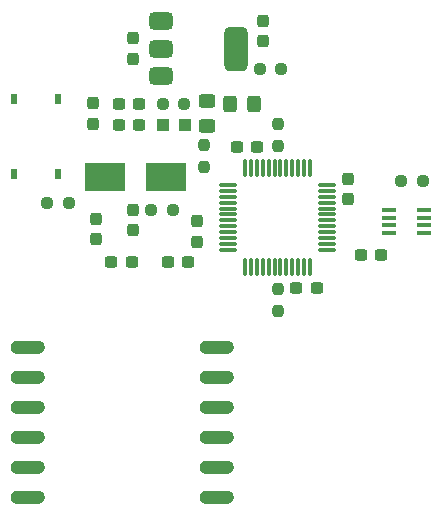
<source format=gbr>
G04 #@! TF.GenerationSoftware,KiCad,Pcbnew,9.0.0*
G04 #@! TF.CreationDate,2025-04-23T00:46:07-04:00*
G04 #@! TF.ProjectId,GPS,4750532e-6b69-4636-9164-5f7063625858,rev?*
G04 #@! TF.SameCoordinates,Original*
G04 #@! TF.FileFunction,Paste,Top*
G04 #@! TF.FilePolarity,Positive*
%FSLAX46Y46*%
G04 Gerber Fmt 4.6, Leading zero omitted, Abs format (unit mm)*
G04 Created by KiCad (PCBNEW 9.0.0) date 2025-04-23 00:46:07*
%MOMM*%
%LPD*%
G01*
G04 APERTURE LIST*
G04 Aperture macros list*
%AMRoundRect*
0 Rectangle with rounded corners*
0 $1 Rounding radius*
0 $2 $3 $4 $5 $6 $7 $8 $9 X,Y pos of 4 corners*
0 Add a 4 corners polygon primitive as box body*
4,1,4,$2,$3,$4,$5,$6,$7,$8,$9,$2,$3,0*
0 Add four circle primitives for the rounded corners*
1,1,$1+$1,$2,$3*
1,1,$1+$1,$4,$5*
1,1,$1+$1,$6,$7*
1,1,$1+$1,$8,$9*
0 Add four rect primitives between the rounded corners*
20,1,$1+$1,$2,$3,$4,$5,0*
20,1,$1+$1,$4,$5,$6,$7,0*
20,1,$1+$1,$6,$7,$8,$9,0*
20,1,$1+$1,$8,$9,$2,$3,0*%
G04 Aperture macros list end*
%ADD10C,0.010000*%
%ADD11RoundRect,0.237500X0.250000X0.237500X-0.250000X0.237500X-0.250000X-0.237500X0.250000X-0.237500X0*%
%ADD12RoundRect,0.237500X0.237500X-0.300000X0.237500X0.300000X-0.237500X0.300000X-0.237500X-0.300000X0*%
%ADD13R,0.558800X0.952500*%
%ADD14RoundRect,0.250000X-0.450000X0.325000X-0.450000X-0.325000X0.450000X-0.325000X0.450000X0.325000X0*%
%ADD15RoundRect,0.237500X-0.300000X-0.237500X0.300000X-0.237500X0.300000X0.237500X-0.300000X0.237500X0*%
%ADD16RoundRect,0.237500X-0.250000X-0.237500X0.250000X-0.237500X0.250000X0.237500X-0.250000X0.237500X0*%
%ADD17RoundRect,0.237500X-0.237500X0.300000X-0.237500X-0.300000X0.237500X-0.300000X0.237500X0.300000X0*%
%ADD18R,3.500000X2.400000*%
%ADD19RoundRect,0.250000X-0.325000X-0.450000X0.325000X-0.450000X0.325000X0.450000X-0.325000X0.450000X0*%
%ADD20RoundRect,0.237500X0.300000X0.237500X-0.300000X0.237500X-0.300000X-0.237500X0.300000X-0.237500X0*%
%ADD21RoundRect,0.375000X-0.625000X-0.375000X0.625000X-0.375000X0.625000X0.375000X-0.625000X0.375000X0*%
%ADD22RoundRect,0.500000X-0.500000X-1.400000X0.500000X-1.400000X0.500000X1.400000X-0.500000X1.400000X0*%
%ADD23R,1.050000X1.100000*%
%ADD24RoundRect,0.237500X-0.237500X0.250000X-0.237500X-0.250000X0.237500X-0.250000X0.237500X0.250000X0*%
%ADD25R,1.200000X0.449999*%
%ADD26RoundRect,0.075000X-0.662500X-0.075000X0.662500X-0.075000X0.662500X0.075000X-0.662500X0.075000X0*%
%ADD27RoundRect,0.075000X-0.075000X-0.662500X0.075000X-0.662500X0.075000X0.662500X-0.075000X0.662500X0*%
%ADD28RoundRect,0.237500X0.237500X-0.250000X0.237500X0.250000X-0.237500X0.250000X-0.237500X-0.250000X0*%
G04 APERTURE END LIST*
D10*
X158952000Y-83253000D02*
X159004000Y-83261000D01*
X159055000Y-83274000D01*
X159103000Y-83293000D01*
X159150000Y-83317000D01*
X159194000Y-83345000D01*
X159235000Y-83378000D01*
X159272000Y-83415000D01*
X159305000Y-83456000D01*
X159333000Y-83500000D01*
X159357000Y-83547000D01*
X159376000Y-83595000D01*
X159389000Y-83646000D01*
X159397000Y-83698000D01*
X159400000Y-83750000D01*
X159397000Y-83802000D01*
X159389000Y-83854000D01*
X159376000Y-83905000D01*
X159357000Y-83953000D01*
X159333000Y-84000000D01*
X159305000Y-84044000D01*
X159272000Y-84085000D01*
X159235000Y-84122000D01*
X159194000Y-84155000D01*
X159150000Y-84183000D01*
X159103000Y-84207000D01*
X159055000Y-84226000D01*
X159004000Y-84239000D01*
X158952000Y-84247000D01*
X158900000Y-84250000D01*
X157100000Y-84250000D01*
X157048000Y-84247000D01*
X156996000Y-84239000D01*
X156945000Y-84226000D01*
X156897000Y-84207000D01*
X156850000Y-84183000D01*
X156806000Y-84155000D01*
X156765000Y-84122000D01*
X156728000Y-84085000D01*
X156695000Y-84044000D01*
X156667000Y-84000000D01*
X156643000Y-83953000D01*
X156624000Y-83905000D01*
X156611000Y-83854000D01*
X156603000Y-83802000D01*
X156600000Y-83750000D01*
X156603000Y-83698000D01*
X156611000Y-83646000D01*
X156624000Y-83595000D01*
X156643000Y-83547000D01*
X156667000Y-83500000D01*
X156695000Y-83456000D01*
X156728000Y-83415000D01*
X156765000Y-83378000D01*
X156806000Y-83345000D01*
X156850000Y-83317000D01*
X156897000Y-83293000D01*
X156945000Y-83274000D01*
X156996000Y-83261000D01*
X157048000Y-83253000D01*
X157100000Y-83250000D01*
X158900000Y-83250000D01*
X158952000Y-83253000D01*
G36*
X158952000Y-83253000D02*
G01*
X159004000Y-83261000D01*
X159055000Y-83274000D01*
X159103000Y-83293000D01*
X159150000Y-83317000D01*
X159194000Y-83345000D01*
X159235000Y-83378000D01*
X159272000Y-83415000D01*
X159305000Y-83456000D01*
X159333000Y-83500000D01*
X159357000Y-83547000D01*
X159376000Y-83595000D01*
X159389000Y-83646000D01*
X159397000Y-83698000D01*
X159400000Y-83750000D01*
X159397000Y-83802000D01*
X159389000Y-83854000D01*
X159376000Y-83905000D01*
X159357000Y-83953000D01*
X159333000Y-84000000D01*
X159305000Y-84044000D01*
X159272000Y-84085000D01*
X159235000Y-84122000D01*
X159194000Y-84155000D01*
X159150000Y-84183000D01*
X159103000Y-84207000D01*
X159055000Y-84226000D01*
X159004000Y-84239000D01*
X158952000Y-84247000D01*
X158900000Y-84250000D01*
X157100000Y-84250000D01*
X157048000Y-84247000D01*
X156996000Y-84239000D01*
X156945000Y-84226000D01*
X156897000Y-84207000D01*
X156850000Y-84183000D01*
X156806000Y-84155000D01*
X156765000Y-84122000D01*
X156728000Y-84085000D01*
X156695000Y-84044000D01*
X156667000Y-84000000D01*
X156643000Y-83953000D01*
X156624000Y-83905000D01*
X156611000Y-83854000D01*
X156603000Y-83802000D01*
X156600000Y-83750000D01*
X156603000Y-83698000D01*
X156611000Y-83646000D01*
X156624000Y-83595000D01*
X156643000Y-83547000D01*
X156667000Y-83500000D01*
X156695000Y-83456000D01*
X156728000Y-83415000D01*
X156765000Y-83378000D01*
X156806000Y-83345000D01*
X156850000Y-83317000D01*
X156897000Y-83293000D01*
X156945000Y-83274000D01*
X156996000Y-83261000D01*
X157048000Y-83253000D01*
X157100000Y-83250000D01*
X158900000Y-83250000D01*
X158952000Y-83253000D01*
G37*
X158952000Y-85793000D02*
X159004000Y-85801000D01*
X159055000Y-85814000D01*
X159103000Y-85833000D01*
X159150000Y-85857000D01*
X159194000Y-85885000D01*
X159235000Y-85918000D01*
X159272000Y-85955000D01*
X159305000Y-85996000D01*
X159333000Y-86040000D01*
X159357000Y-86087000D01*
X159376000Y-86135000D01*
X159389000Y-86186000D01*
X159397000Y-86238000D01*
X159400000Y-86290000D01*
X159397000Y-86342000D01*
X159389000Y-86394000D01*
X159376000Y-86445000D01*
X159357000Y-86493000D01*
X159333000Y-86540000D01*
X159305000Y-86584000D01*
X159272000Y-86625000D01*
X159235000Y-86662000D01*
X159194000Y-86695000D01*
X159150000Y-86723000D01*
X159103000Y-86747000D01*
X159055000Y-86766000D01*
X159004000Y-86779000D01*
X158952000Y-86787000D01*
X158900000Y-86790000D01*
X157100000Y-86790000D01*
X157048000Y-86787000D01*
X156996000Y-86779000D01*
X156945000Y-86766000D01*
X156897000Y-86747000D01*
X156850000Y-86723000D01*
X156806000Y-86695000D01*
X156765000Y-86662000D01*
X156728000Y-86625000D01*
X156695000Y-86584000D01*
X156667000Y-86540000D01*
X156643000Y-86493000D01*
X156624000Y-86445000D01*
X156611000Y-86394000D01*
X156603000Y-86342000D01*
X156600000Y-86290000D01*
X156603000Y-86238000D01*
X156611000Y-86186000D01*
X156624000Y-86135000D01*
X156643000Y-86087000D01*
X156667000Y-86040000D01*
X156695000Y-85996000D01*
X156728000Y-85955000D01*
X156765000Y-85918000D01*
X156806000Y-85885000D01*
X156850000Y-85857000D01*
X156897000Y-85833000D01*
X156945000Y-85814000D01*
X156996000Y-85801000D01*
X157048000Y-85793000D01*
X157100000Y-85790000D01*
X158900000Y-85790000D01*
X158952000Y-85793000D01*
G36*
X158952000Y-85793000D02*
G01*
X159004000Y-85801000D01*
X159055000Y-85814000D01*
X159103000Y-85833000D01*
X159150000Y-85857000D01*
X159194000Y-85885000D01*
X159235000Y-85918000D01*
X159272000Y-85955000D01*
X159305000Y-85996000D01*
X159333000Y-86040000D01*
X159357000Y-86087000D01*
X159376000Y-86135000D01*
X159389000Y-86186000D01*
X159397000Y-86238000D01*
X159400000Y-86290000D01*
X159397000Y-86342000D01*
X159389000Y-86394000D01*
X159376000Y-86445000D01*
X159357000Y-86493000D01*
X159333000Y-86540000D01*
X159305000Y-86584000D01*
X159272000Y-86625000D01*
X159235000Y-86662000D01*
X159194000Y-86695000D01*
X159150000Y-86723000D01*
X159103000Y-86747000D01*
X159055000Y-86766000D01*
X159004000Y-86779000D01*
X158952000Y-86787000D01*
X158900000Y-86790000D01*
X157100000Y-86790000D01*
X157048000Y-86787000D01*
X156996000Y-86779000D01*
X156945000Y-86766000D01*
X156897000Y-86747000D01*
X156850000Y-86723000D01*
X156806000Y-86695000D01*
X156765000Y-86662000D01*
X156728000Y-86625000D01*
X156695000Y-86584000D01*
X156667000Y-86540000D01*
X156643000Y-86493000D01*
X156624000Y-86445000D01*
X156611000Y-86394000D01*
X156603000Y-86342000D01*
X156600000Y-86290000D01*
X156603000Y-86238000D01*
X156611000Y-86186000D01*
X156624000Y-86135000D01*
X156643000Y-86087000D01*
X156667000Y-86040000D01*
X156695000Y-85996000D01*
X156728000Y-85955000D01*
X156765000Y-85918000D01*
X156806000Y-85885000D01*
X156850000Y-85857000D01*
X156897000Y-85833000D01*
X156945000Y-85814000D01*
X156996000Y-85801000D01*
X157048000Y-85793000D01*
X157100000Y-85790000D01*
X158900000Y-85790000D01*
X158952000Y-85793000D01*
G37*
X158952000Y-88333000D02*
X159004000Y-88341000D01*
X159055000Y-88354000D01*
X159103000Y-88373000D01*
X159150000Y-88397000D01*
X159194000Y-88425000D01*
X159235000Y-88458000D01*
X159272000Y-88495000D01*
X159305000Y-88536000D01*
X159333000Y-88580000D01*
X159357000Y-88627000D01*
X159376000Y-88675000D01*
X159389000Y-88726000D01*
X159397000Y-88778000D01*
X159400000Y-88830000D01*
X159397000Y-88882000D01*
X159389000Y-88934000D01*
X159376000Y-88985000D01*
X159357000Y-89033000D01*
X159333000Y-89080000D01*
X159305000Y-89124000D01*
X159272000Y-89165000D01*
X159235000Y-89202000D01*
X159194000Y-89235000D01*
X159150000Y-89263000D01*
X159103000Y-89287000D01*
X159055000Y-89306000D01*
X159004000Y-89319000D01*
X158952000Y-89327000D01*
X158900000Y-89330000D01*
X157100000Y-89330000D01*
X157048000Y-89327000D01*
X156996000Y-89319000D01*
X156945000Y-89306000D01*
X156897000Y-89287000D01*
X156850000Y-89263000D01*
X156806000Y-89235000D01*
X156765000Y-89202000D01*
X156728000Y-89165000D01*
X156695000Y-89124000D01*
X156667000Y-89080000D01*
X156643000Y-89033000D01*
X156624000Y-88985000D01*
X156611000Y-88934000D01*
X156603000Y-88882000D01*
X156600000Y-88830000D01*
X156603000Y-88778000D01*
X156611000Y-88726000D01*
X156624000Y-88675000D01*
X156643000Y-88627000D01*
X156667000Y-88580000D01*
X156695000Y-88536000D01*
X156728000Y-88495000D01*
X156765000Y-88458000D01*
X156806000Y-88425000D01*
X156850000Y-88397000D01*
X156897000Y-88373000D01*
X156945000Y-88354000D01*
X156996000Y-88341000D01*
X157048000Y-88333000D01*
X157100000Y-88330000D01*
X158900000Y-88330000D01*
X158952000Y-88333000D01*
G36*
X158952000Y-88333000D02*
G01*
X159004000Y-88341000D01*
X159055000Y-88354000D01*
X159103000Y-88373000D01*
X159150000Y-88397000D01*
X159194000Y-88425000D01*
X159235000Y-88458000D01*
X159272000Y-88495000D01*
X159305000Y-88536000D01*
X159333000Y-88580000D01*
X159357000Y-88627000D01*
X159376000Y-88675000D01*
X159389000Y-88726000D01*
X159397000Y-88778000D01*
X159400000Y-88830000D01*
X159397000Y-88882000D01*
X159389000Y-88934000D01*
X159376000Y-88985000D01*
X159357000Y-89033000D01*
X159333000Y-89080000D01*
X159305000Y-89124000D01*
X159272000Y-89165000D01*
X159235000Y-89202000D01*
X159194000Y-89235000D01*
X159150000Y-89263000D01*
X159103000Y-89287000D01*
X159055000Y-89306000D01*
X159004000Y-89319000D01*
X158952000Y-89327000D01*
X158900000Y-89330000D01*
X157100000Y-89330000D01*
X157048000Y-89327000D01*
X156996000Y-89319000D01*
X156945000Y-89306000D01*
X156897000Y-89287000D01*
X156850000Y-89263000D01*
X156806000Y-89235000D01*
X156765000Y-89202000D01*
X156728000Y-89165000D01*
X156695000Y-89124000D01*
X156667000Y-89080000D01*
X156643000Y-89033000D01*
X156624000Y-88985000D01*
X156611000Y-88934000D01*
X156603000Y-88882000D01*
X156600000Y-88830000D01*
X156603000Y-88778000D01*
X156611000Y-88726000D01*
X156624000Y-88675000D01*
X156643000Y-88627000D01*
X156667000Y-88580000D01*
X156695000Y-88536000D01*
X156728000Y-88495000D01*
X156765000Y-88458000D01*
X156806000Y-88425000D01*
X156850000Y-88397000D01*
X156897000Y-88373000D01*
X156945000Y-88354000D01*
X156996000Y-88341000D01*
X157048000Y-88333000D01*
X157100000Y-88330000D01*
X158900000Y-88330000D01*
X158952000Y-88333000D01*
G37*
X158952000Y-90873000D02*
X159004000Y-90881000D01*
X159055000Y-90894000D01*
X159103000Y-90913000D01*
X159150000Y-90937000D01*
X159194000Y-90965000D01*
X159235000Y-90998000D01*
X159272000Y-91035000D01*
X159305000Y-91076000D01*
X159333000Y-91120000D01*
X159357000Y-91167000D01*
X159376000Y-91215000D01*
X159389000Y-91266000D01*
X159397000Y-91318000D01*
X159400000Y-91370000D01*
X159397000Y-91422000D01*
X159389000Y-91474000D01*
X159376000Y-91525000D01*
X159357000Y-91573000D01*
X159333000Y-91620000D01*
X159305000Y-91664000D01*
X159272000Y-91705000D01*
X159235000Y-91742000D01*
X159194000Y-91775000D01*
X159150000Y-91803000D01*
X159103000Y-91827000D01*
X159055000Y-91846000D01*
X159004000Y-91859000D01*
X158952000Y-91867000D01*
X158900000Y-91870000D01*
X157100000Y-91870000D01*
X157048000Y-91867000D01*
X156996000Y-91859000D01*
X156945000Y-91846000D01*
X156897000Y-91827000D01*
X156850000Y-91803000D01*
X156806000Y-91775000D01*
X156765000Y-91742000D01*
X156728000Y-91705000D01*
X156695000Y-91664000D01*
X156667000Y-91620000D01*
X156643000Y-91573000D01*
X156624000Y-91525000D01*
X156611000Y-91474000D01*
X156603000Y-91422000D01*
X156600000Y-91370000D01*
X156603000Y-91318000D01*
X156611000Y-91266000D01*
X156624000Y-91215000D01*
X156643000Y-91167000D01*
X156667000Y-91120000D01*
X156695000Y-91076000D01*
X156728000Y-91035000D01*
X156765000Y-90998000D01*
X156806000Y-90965000D01*
X156850000Y-90937000D01*
X156897000Y-90913000D01*
X156945000Y-90894000D01*
X156996000Y-90881000D01*
X157048000Y-90873000D01*
X157100000Y-90870000D01*
X158900000Y-90870000D01*
X158952000Y-90873000D01*
G36*
X158952000Y-90873000D02*
G01*
X159004000Y-90881000D01*
X159055000Y-90894000D01*
X159103000Y-90913000D01*
X159150000Y-90937000D01*
X159194000Y-90965000D01*
X159235000Y-90998000D01*
X159272000Y-91035000D01*
X159305000Y-91076000D01*
X159333000Y-91120000D01*
X159357000Y-91167000D01*
X159376000Y-91215000D01*
X159389000Y-91266000D01*
X159397000Y-91318000D01*
X159400000Y-91370000D01*
X159397000Y-91422000D01*
X159389000Y-91474000D01*
X159376000Y-91525000D01*
X159357000Y-91573000D01*
X159333000Y-91620000D01*
X159305000Y-91664000D01*
X159272000Y-91705000D01*
X159235000Y-91742000D01*
X159194000Y-91775000D01*
X159150000Y-91803000D01*
X159103000Y-91827000D01*
X159055000Y-91846000D01*
X159004000Y-91859000D01*
X158952000Y-91867000D01*
X158900000Y-91870000D01*
X157100000Y-91870000D01*
X157048000Y-91867000D01*
X156996000Y-91859000D01*
X156945000Y-91846000D01*
X156897000Y-91827000D01*
X156850000Y-91803000D01*
X156806000Y-91775000D01*
X156765000Y-91742000D01*
X156728000Y-91705000D01*
X156695000Y-91664000D01*
X156667000Y-91620000D01*
X156643000Y-91573000D01*
X156624000Y-91525000D01*
X156611000Y-91474000D01*
X156603000Y-91422000D01*
X156600000Y-91370000D01*
X156603000Y-91318000D01*
X156611000Y-91266000D01*
X156624000Y-91215000D01*
X156643000Y-91167000D01*
X156667000Y-91120000D01*
X156695000Y-91076000D01*
X156728000Y-91035000D01*
X156765000Y-90998000D01*
X156806000Y-90965000D01*
X156850000Y-90937000D01*
X156897000Y-90913000D01*
X156945000Y-90894000D01*
X156996000Y-90881000D01*
X157048000Y-90873000D01*
X157100000Y-90870000D01*
X158900000Y-90870000D01*
X158952000Y-90873000D01*
G37*
X158952000Y-93413000D02*
X159004000Y-93421000D01*
X159055000Y-93434000D01*
X159103000Y-93453000D01*
X159150000Y-93477000D01*
X159194000Y-93505000D01*
X159235000Y-93538000D01*
X159272000Y-93575000D01*
X159305000Y-93616000D01*
X159333000Y-93660000D01*
X159357000Y-93707000D01*
X159376000Y-93755000D01*
X159389000Y-93806000D01*
X159397000Y-93858000D01*
X159400000Y-93910000D01*
X159397000Y-93962000D01*
X159389000Y-94014000D01*
X159376000Y-94065000D01*
X159357000Y-94113000D01*
X159333000Y-94160000D01*
X159305000Y-94204000D01*
X159272000Y-94245000D01*
X159235000Y-94282000D01*
X159194000Y-94315000D01*
X159150000Y-94343000D01*
X159103000Y-94367000D01*
X159055000Y-94386000D01*
X159004000Y-94399000D01*
X158952000Y-94407000D01*
X158900000Y-94410000D01*
X157100000Y-94410000D01*
X157048000Y-94407000D01*
X156996000Y-94399000D01*
X156945000Y-94386000D01*
X156897000Y-94367000D01*
X156850000Y-94343000D01*
X156806000Y-94315000D01*
X156765000Y-94282000D01*
X156728000Y-94245000D01*
X156695000Y-94204000D01*
X156667000Y-94160000D01*
X156643000Y-94113000D01*
X156624000Y-94065000D01*
X156611000Y-94014000D01*
X156603000Y-93962000D01*
X156600000Y-93910000D01*
X156603000Y-93858000D01*
X156611000Y-93806000D01*
X156624000Y-93755000D01*
X156643000Y-93707000D01*
X156667000Y-93660000D01*
X156695000Y-93616000D01*
X156728000Y-93575000D01*
X156765000Y-93538000D01*
X156806000Y-93505000D01*
X156850000Y-93477000D01*
X156897000Y-93453000D01*
X156945000Y-93434000D01*
X156996000Y-93421000D01*
X157048000Y-93413000D01*
X157100000Y-93410000D01*
X158900000Y-93410000D01*
X158952000Y-93413000D01*
G36*
X158952000Y-93413000D02*
G01*
X159004000Y-93421000D01*
X159055000Y-93434000D01*
X159103000Y-93453000D01*
X159150000Y-93477000D01*
X159194000Y-93505000D01*
X159235000Y-93538000D01*
X159272000Y-93575000D01*
X159305000Y-93616000D01*
X159333000Y-93660000D01*
X159357000Y-93707000D01*
X159376000Y-93755000D01*
X159389000Y-93806000D01*
X159397000Y-93858000D01*
X159400000Y-93910000D01*
X159397000Y-93962000D01*
X159389000Y-94014000D01*
X159376000Y-94065000D01*
X159357000Y-94113000D01*
X159333000Y-94160000D01*
X159305000Y-94204000D01*
X159272000Y-94245000D01*
X159235000Y-94282000D01*
X159194000Y-94315000D01*
X159150000Y-94343000D01*
X159103000Y-94367000D01*
X159055000Y-94386000D01*
X159004000Y-94399000D01*
X158952000Y-94407000D01*
X158900000Y-94410000D01*
X157100000Y-94410000D01*
X157048000Y-94407000D01*
X156996000Y-94399000D01*
X156945000Y-94386000D01*
X156897000Y-94367000D01*
X156850000Y-94343000D01*
X156806000Y-94315000D01*
X156765000Y-94282000D01*
X156728000Y-94245000D01*
X156695000Y-94204000D01*
X156667000Y-94160000D01*
X156643000Y-94113000D01*
X156624000Y-94065000D01*
X156611000Y-94014000D01*
X156603000Y-93962000D01*
X156600000Y-93910000D01*
X156603000Y-93858000D01*
X156611000Y-93806000D01*
X156624000Y-93755000D01*
X156643000Y-93707000D01*
X156667000Y-93660000D01*
X156695000Y-93616000D01*
X156728000Y-93575000D01*
X156765000Y-93538000D01*
X156806000Y-93505000D01*
X156850000Y-93477000D01*
X156897000Y-93453000D01*
X156945000Y-93434000D01*
X156996000Y-93421000D01*
X157048000Y-93413000D01*
X157100000Y-93410000D01*
X158900000Y-93410000D01*
X158952000Y-93413000D01*
G37*
X158952000Y-95953000D02*
X159004000Y-95961000D01*
X159055000Y-95974000D01*
X159103000Y-95993000D01*
X159150000Y-96017000D01*
X159194000Y-96045000D01*
X159235000Y-96078000D01*
X159272000Y-96115000D01*
X159305000Y-96156000D01*
X159333000Y-96200000D01*
X159357000Y-96247000D01*
X159376000Y-96295000D01*
X159389000Y-96346000D01*
X159397000Y-96398000D01*
X159400000Y-96450000D01*
X159397000Y-96502000D01*
X159389000Y-96554000D01*
X159376000Y-96605000D01*
X159357000Y-96653000D01*
X159333000Y-96700000D01*
X159305000Y-96744000D01*
X159272000Y-96785000D01*
X159235000Y-96822000D01*
X159194000Y-96855000D01*
X159150000Y-96883000D01*
X159103000Y-96907000D01*
X159055000Y-96926000D01*
X159004000Y-96939000D01*
X158952000Y-96947000D01*
X158900000Y-96950000D01*
X157100000Y-96950000D01*
X157048000Y-96947000D01*
X156996000Y-96939000D01*
X156945000Y-96926000D01*
X156897000Y-96907000D01*
X156850000Y-96883000D01*
X156806000Y-96855000D01*
X156765000Y-96822000D01*
X156728000Y-96785000D01*
X156695000Y-96744000D01*
X156667000Y-96700000D01*
X156643000Y-96653000D01*
X156624000Y-96605000D01*
X156611000Y-96554000D01*
X156603000Y-96502000D01*
X156600000Y-96450000D01*
X156603000Y-96398000D01*
X156611000Y-96346000D01*
X156624000Y-96295000D01*
X156643000Y-96247000D01*
X156667000Y-96200000D01*
X156695000Y-96156000D01*
X156728000Y-96115000D01*
X156765000Y-96078000D01*
X156806000Y-96045000D01*
X156850000Y-96017000D01*
X156897000Y-95993000D01*
X156945000Y-95974000D01*
X156996000Y-95961000D01*
X157048000Y-95953000D01*
X157100000Y-95950000D01*
X158900000Y-95950000D01*
X158952000Y-95953000D01*
G36*
X158952000Y-95953000D02*
G01*
X159004000Y-95961000D01*
X159055000Y-95974000D01*
X159103000Y-95993000D01*
X159150000Y-96017000D01*
X159194000Y-96045000D01*
X159235000Y-96078000D01*
X159272000Y-96115000D01*
X159305000Y-96156000D01*
X159333000Y-96200000D01*
X159357000Y-96247000D01*
X159376000Y-96295000D01*
X159389000Y-96346000D01*
X159397000Y-96398000D01*
X159400000Y-96450000D01*
X159397000Y-96502000D01*
X159389000Y-96554000D01*
X159376000Y-96605000D01*
X159357000Y-96653000D01*
X159333000Y-96700000D01*
X159305000Y-96744000D01*
X159272000Y-96785000D01*
X159235000Y-96822000D01*
X159194000Y-96855000D01*
X159150000Y-96883000D01*
X159103000Y-96907000D01*
X159055000Y-96926000D01*
X159004000Y-96939000D01*
X158952000Y-96947000D01*
X158900000Y-96950000D01*
X157100000Y-96950000D01*
X157048000Y-96947000D01*
X156996000Y-96939000D01*
X156945000Y-96926000D01*
X156897000Y-96907000D01*
X156850000Y-96883000D01*
X156806000Y-96855000D01*
X156765000Y-96822000D01*
X156728000Y-96785000D01*
X156695000Y-96744000D01*
X156667000Y-96700000D01*
X156643000Y-96653000D01*
X156624000Y-96605000D01*
X156611000Y-96554000D01*
X156603000Y-96502000D01*
X156600000Y-96450000D01*
X156603000Y-96398000D01*
X156611000Y-96346000D01*
X156624000Y-96295000D01*
X156643000Y-96247000D01*
X156667000Y-96200000D01*
X156695000Y-96156000D01*
X156728000Y-96115000D01*
X156765000Y-96078000D01*
X156806000Y-96045000D01*
X156850000Y-96017000D01*
X156897000Y-95993000D01*
X156945000Y-95974000D01*
X156996000Y-95961000D01*
X157048000Y-95953000D01*
X157100000Y-95950000D01*
X158900000Y-95950000D01*
X158952000Y-95953000D01*
G37*
X142952000Y-83253000D02*
X143004000Y-83261000D01*
X143055000Y-83274000D01*
X143103000Y-83293000D01*
X143150000Y-83317000D01*
X143194000Y-83345000D01*
X143235000Y-83378000D01*
X143272000Y-83415000D01*
X143305000Y-83456000D01*
X143333000Y-83500000D01*
X143357000Y-83547000D01*
X143376000Y-83595000D01*
X143389000Y-83646000D01*
X143397000Y-83698000D01*
X143400000Y-83750000D01*
X143397000Y-83802000D01*
X143389000Y-83854000D01*
X143376000Y-83905000D01*
X143357000Y-83953000D01*
X143333000Y-84000000D01*
X143305000Y-84044000D01*
X143272000Y-84085000D01*
X143235000Y-84122000D01*
X143194000Y-84155000D01*
X143150000Y-84183000D01*
X143103000Y-84207000D01*
X143055000Y-84226000D01*
X143004000Y-84239000D01*
X142952000Y-84247000D01*
X142900000Y-84250000D01*
X141100000Y-84250000D01*
X141048000Y-84247000D01*
X140996000Y-84239000D01*
X140945000Y-84226000D01*
X140897000Y-84207000D01*
X140850000Y-84183000D01*
X140806000Y-84155000D01*
X140765000Y-84122000D01*
X140728000Y-84085000D01*
X140695000Y-84044000D01*
X140667000Y-84000000D01*
X140643000Y-83953000D01*
X140624000Y-83905000D01*
X140611000Y-83854000D01*
X140603000Y-83802000D01*
X140600000Y-83750000D01*
X140603000Y-83698000D01*
X140611000Y-83646000D01*
X140624000Y-83595000D01*
X140643000Y-83547000D01*
X140667000Y-83500000D01*
X140695000Y-83456000D01*
X140728000Y-83415000D01*
X140765000Y-83378000D01*
X140806000Y-83345000D01*
X140850000Y-83317000D01*
X140897000Y-83293000D01*
X140945000Y-83274000D01*
X140996000Y-83261000D01*
X141048000Y-83253000D01*
X141100000Y-83250000D01*
X142000000Y-83250000D01*
X142800000Y-83250000D01*
X142900000Y-83250000D01*
X142952000Y-83253000D01*
G36*
X142952000Y-83253000D02*
G01*
X143004000Y-83261000D01*
X143055000Y-83274000D01*
X143103000Y-83293000D01*
X143150000Y-83317000D01*
X143194000Y-83345000D01*
X143235000Y-83378000D01*
X143272000Y-83415000D01*
X143305000Y-83456000D01*
X143333000Y-83500000D01*
X143357000Y-83547000D01*
X143376000Y-83595000D01*
X143389000Y-83646000D01*
X143397000Y-83698000D01*
X143400000Y-83750000D01*
X143397000Y-83802000D01*
X143389000Y-83854000D01*
X143376000Y-83905000D01*
X143357000Y-83953000D01*
X143333000Y-84000000D01*
X143305000Y-84044000D01*
X143272000Y-84085000D01*
X143235000Y-84122000D01*
X143194000Y-84155000D01*
X143150000Y-84183000D01*
X143103000Y-84207000D01*
X143055000Y-84226000D01*
X143004000Y-84239000D01*
X142952000Y-84247000D01*
X142900000Y-84250000D01*
X141100000Y-84250000D01*
X141048000Y-84247000D01*
X140996000Y-84239000D01*
X140945000Y-84226000D01*
X140897000Y-84207000D01*
X140850000Y-84183000D01*
X140806000Y-84155000D01*
X140765000Y-84122000D01*
X140728000Y-84085000D01*
X140695000Y-84044000D01*
X140667000Y-84000000D01*
X140643000Y-83953000D01*
X140624000Y-83905000D01*
X140611000Y-83854000D01*
X140603000Y-83802000D01*
X140600000Y-83750000D01*
X140603000Y-83698000D01*
X140611000Y-83646000D01*
X140624000Y-83595000D01*
X140643000Y-83547000D01*
X140667000Y-83500000D01*
X140695000Y-83456000D01*
X140728000Y-83415000D01*
X140765000Y-83378000D01*
X140806000Y-83345000D01*
X140850000Y-83317000D01*
X140897000Y-83293000D01*
X140945000Y-83274000D01*
X140996000Y-83261000D01*
X141048000Y-83253000D01*
X141100000Y-83250000D01*
X142000000Y-83250000D01*
X142800000Y-83250000D01*
X142900000Y-83250000D01*
X142952000Y-83253000D01*
G37*
X142952000Y-85793000D02*
X143004000Y-85801000D01*
X143055000Y-85814000D01*
X143103000Y-85833000D01*
X143150000Y-85857000D01*
X143194000Y-85885000D01*
X143235000Y-85918000D01*
X143272000Y-85955000D01*
X143305000Y-85996000D01*
X143333000Y-86040000D01*
X143357000Y-86087000D01*
X143376000Y-86135000D01*
X143389000Y-86186000D01*
X143397000Y-86238000D01*
X143400000Y-86290000D01*
X143397000Y-86342000D01*
X143389000Y-86394000D01*
X143376000Y-86445000D01*
X143357000Y-86493000D01*
X143333000Y-86540000D01*
X143305000Y-86584000D01*
X143272000Y-86625000D01*
X143235000Y-86662000D01*
X143194000Y-86695000D01*
X143150000Y-86723000D01*
X143103000Y-86747000D01*
X143055000Y-86766000D01*
X143004000Y-86779000D01*
X142952000Y-86787000D01*
X142900000Y-86790000D01*
X141100000Y-86790000D01*
X141048000Y-86787000D01*
X140996000Y-86779000D01*
X140945000Y-86766000D01*
X140897000Y-86747000D01*
X140850000Y-86723000D01*
X140806000Y-86695000D01*
X140765000Y-86662000D01*
X140728000Y-86625000D01*
X140695000Y-86584000D01*
X140667000Y-86540000D01*
X140643000Y-86493000D01*
X140624000Y-86445000D01*
X140611000Y-86394000D01*
X140603000Y-86342000D01*
X140600000Y-86290000D01*
X140603000Y-86238000D01*
X140611000Y-86186000D01*
X140624000Y-86135000D01*
X140643000Y-86087000D01*
X140667000Y-86040000D01*
X140695000Y-85996000D01*
X140728000Y-85955000D01*
X140765000Y-85918000D01*
X140806000Y-85885000D01*
X140850000Y-85857000D01*
X140897000Y-85833000D01*
X140945000Y-85814000D01*
X140996000Y-85801000D01*
X141048000Y-85793000D01*
X141100000Y-85790000D01*
X142000000Y-85790000D01*
X142800000Y-85790000D01*
X142900000Y-85790000D01*
X142952000Y-85793000D01*
G36*
X142952000Y-85793000D02*
G01*
X143004000Y-85801000D01*
X143055000Y-85814000D01*
X143103000Y-85833000D01*
X143150000Y-85857000D01*
X143194000Y-85885000D01*
X143235000Y-85918000D01*
X143272000Y-85955000D01*
X143305000Y-85996000D01*
X143333000Y-86040000D01*
X143357000Y-86087000D01*
X143376000Y-86135000D01*
X143389000Y-86186000D01*
X143397000Y-86238000D01*
X143400000Y-86290000D01*
X143397000Y-86342000D01*
X143389000Y-86394000D01*
X143376000Y-86445000D01*
X143357000Y-86493000D01*
X143333000Y-86540000D01*
X143305000Y-86584000D01*
X143272000Y-86625000D01*
X143235000Y-86662000D01*
X143194000Y-86695000D01*
X143150000Y-86723000D01*
X143103000Y-86747000D01*
X143055000Y-86766000D01*
X143004000Y-86779000D01*
X142952000Y-86787000D01*
X142900000Y-86790000D01*
X141100000Y-86790000D01*
X141048000Y-86787000D01*
X140996000Y-86779000D01*
X140945000Y-86766000D01*
X140897000Y-86747000D01*
X140850000Y-86723000D01*
X140806000Y-86695000D01*
X140765000Y-86662000D01*
X140728000Y-86625000D01*
X140695000Y-86584000D01*
X140667000Y-86540000D01*
X140643000Y-86493000D01*
X140624000Y-86445000D01*
X140611000Y-86394000D01*
X140603000Y-86342000D01*
X140600000Y-86290000D01*
X140603000Y-86238000D01*
X140611000Y-86186000D01*
X140624000Y-86135000D01*
X140643000Y-86087000D01*
X140667000Y-86040000D01*
X140695000Y-85996000D01*
X140728000Y-85955000D01*
X140765000Y-85918000D01*
X140806000Y-85885000D01*
X140850000Y-85857000D01*
X140897000Y-85833000D01*
X140945000Y-85814000D01*
X140996000Y-85801000D01*
X141048000Y-85793000D01*
X141100000Y-85790000D01*
X142000000Y-85790000D01*
X142800000Y-85790000D01*
X142900000Y-85790000D01*
X142952000Y-85793000D01*
G37*
X142952000Y-88333000D02*
X143004000Y-88341000D01*
X143055000Y-88354000D01*
X143103000Y-88373000D01*
X143150000Y-88397000D01*
X143194000Y-88425000D01*
X143235000Y-88458000D01*
X143272000Y-88495000D01*
X143305000Y-88536000D01*
X143333000Y-88580000D01*
X143357000Y-88627000D01*
X143376000Y-88675000D01*
X143389000Y-88726000D01*
X143397000Y-88778000D01*
X143400000Y-88830000D01*
X143397000Y-88882000D01*
X143389000Y-88934000D01*
X143376000Y-88985000D01*
X143357000Y-89033000D01*
X143333000Y-89080000D01*
X143305000Y-89124000D01*
X143272000Y-89165000D01*
X143235000Y-89202000D01*
X143194000Y-89235000D01*
X143150000Y-89263000D01*
X143103000Y-89287000D01*
X143055000Y-89306000D01*
X143004000Y-89319000D01*
X142952000Y-89327000D01*
X142900000Y-89330000D01*
X141100000Y-89330000D01*
X141048000Y-89327000D01*
X140996000Y-89319000D01*
X140945000Y-89306000D01*
X140897000Y-89287000D01*
X140850000Y-89263000D01*
X140806000Y-89235000D01*
X140765000Y-89202000D01*
X140728000Y-89165000D01*
X140695000Y-89124000D01*
X140667000Y-89080000D01*
X140643000Y-89033000D01*
X140624000Y-88985000D01*
X140611000Y-88934000D01*
X140603000Y-88882000D01*
X140600000Y-88830000D01*
X140603000Y-88778000D01*
X140611000Y-88726000D01*
X140624000Y-88675000D01*
X140643000Y-88627000D01*
X140667000Y-88580000D01*
X140695000Y-88536000D01*
X140728000Y-88495000D01*
X140765000Y-88458000D01*
X140806000Y-88425000D01*
X140850000Y-88397000D01*
X140897000Y-88373000D01*
X140945000Y-88354000D01*
X140996000Y-88341000D01*
X141048000Y-88333000D01*
X141100000Y-88330000D01*
X142000000Y-88330000D01*
X142800000Y-88330000D01*
X142900000Y-88330000D01*
X142952000Y-88333000D01*
G36*
X142952000Y-88333000D02*
G01*
X143004000Y-88341000D01*
X143055000Y-88354000D01*
X143103000Y-88373000D01*
X143150000Y-88397000D01*
X143194000Y-88425000D01*
X143235000Y-88458000D01*
X143272000Y-88495000D01*
X143305000Y-88536000D01*
X143333000Y-88580000D01*
X143357000Y-88627000D01*
X143376000Y-88675000D01*
X143389000Y-88726000D01*
X143397000Y-88778000D01*
X143400000Y-88830000D01*
X143397000Y-88882000D01*
X143389000Y-88934000D01*
X143376000Y-88985000D01*
X143357000Y-89033000D01*
X143333000Y-89080000D01*
X143305000Y-89124000D01*
X143272000Y-89165000D01*
X143235000Y-89202000D01*
X143194000Y-89235000D01*
X143150000Y-89263000D01*
X143103000Y-89287000D01*
X143055000Y-89306000D01*
X143004000Y-89319000D01*
X142952000Y-89327000D01*
X142900000Y-89330000D01*
X141100000Y-89330000D01*
X141048000Y-89327000D01*
X140996000Y-89319000D01*
X140945000Y-89306000D01*
X140897000Y-89287000D01*
X140850000Y-89263000D01*
X140806000Y-89235000D01*
X140765000Y-89202000D01*
X140728000Y-89165000D01*
X140695000Y-89124000D01*
X140667000Y-89080000D01*
X140643000Y-89033000D01*
X140624000Y-88985000D01*
X140611000Y-88934000D01*
X140603000Y-88882000D01*
X140600000Y-88830000D01*
X140603000Y-88778000D01*
X140611000Y-88726000D01*
X140624000Y-88675000D01*
X140643000Y-88627000D01*
X140667000Y-88580000D01*
X140695000Y-88536000D01*
X140728000Y-88495000D01*
X140765000Y-88458000D01*
X140806000Y-88425000D01*
X140850000Y-88397000D01*
X140897000Y-88373000D01*
X140945000Y-88354000D01*
X140996000Y-88341000D01*
X141048000Y-88333000D01*
X141100000Y-88330000D01*
X142000000Y-88330000D01*
X142800000Y-88330000D01*
X142900000Y-88330000D01*
X142952000Y-88333000D01*
G37*
X142952000Y-90873000D02*
X143004000Y-90881000D01*
X143055000Y-90894000D01*
X143103000Y-90913000D01*
X143150000Y-90937000D01*
X143194000Y-90965000D01*
X143235000Y-90998000D01*
X143272000Y-91035000D01*
X143305000Y-91076000D01*
X143333000Y-91120000D01*
X143357000Y-91167000D01*
X143376000Y-91215000D01*
X143389000Y-91266000D01*
X143397000Y-91318000D01*
X143400000Y-91370000D01*
X143397000Y-91422000D01*
X143389000Y-91474000D01*
X143376000Y-91525000D01*
X143357000Y-91573000D01*
X143333000Y-91620000D01*
X143305000Y-91664000D01*
X143272000Y-91705000D01*
X143235000Y-91742000D01*
X143194000Y-91775000D01*
X143150000Y-91803000D01*
X143103000Y-91827000D01*
X143055000Y-91846000D01*
X143004000Y-91859000D01*
X142952000Y-91867000D01*
X142900000Y-91870000D01*
X141100000Y-91870000D01*
X141048000Y-91867000D01*
X140996000Y-91859000D01*
X140945000Y-91846000D01*
X140897000Y-91827000D01*
X140850000Y-91803000D01*
X140806000Y-91775000D01*
X140765000Y-91742000D01*
X140728000Y-91705000D01*
X140695000Y-91664000D01*
X140667000Y-91620000D01*
X140643000Y-91573000D01*
X140624000Y-91525000D01*
X140611000Y-91474000D01*
X140603000Y-91422000D01*
X140600000Y-91370000D01*
X140603000Y-91318000D01*
X140611000Y-91266000D01*
X140624000Y-91215000D01*
X140643000Y-91167000D01*
X140667000Y-91120000D01*
X140695000Y-91076000D01*
X140728000Y-91035000D01*
X140765000Y-90998000D01*
X140806000Y-90965000D01*
X140850000Y-90937000D01*
X140897000Y-90913000D01*
X140945000Y-90894000D01*
X140996000Y-90881000D01*
X141048000Y-90873000D01*
X141100000Y-90870000D01*
X142000000Y-90870000D01*
X142800000Y-90870000D01*
X142900000Y-90870000D01*
X142952000Y-90873000D01*
G36*
X142952000Y-90873000D02*
G01*
X143004000Y-90881000D01*
X143055000Y-90894000D01*
X143103000Y-90913000D01*
X143150000Y-90937000D01*
X143194000Y-90965000D01*
X143235000Y-90998000D01*
X143272000Y-91035000D01*
X143305000Y-91076000D01*
X143333000Y-91120000D01*
X143357000Y-91167000D01*
X143376000Y-91215000D01*
X143389000Y-91266000D01*
X143397000Y-91318000D01*
X143400000Y-91370000D01*
X143397000Y-91422000D01*
X143389000Y-91474000D01*
X143376000Y-91525000D01*
X143357000Y-91573000D01*
X143333000Y-91620000D01*
X143305000Y-91664000D01*
X143272000Y-91705000D01*
X143235000Y-91742000D01*
X143194000Y-91775000D01*
X143150000Y-91803000D01*
X143103000Y-91827000D01*
X143055000Y-91846000D01*
X143004000Y-91859000D01*
X142952000Y-91867000D01*
X142900000Y-91870000D01*
X141100000Y-91870000D01*
X141048000Y-91867000D01*
X140996000Y-91859000D01*
X140945000Y-91846000D01*
X140897000Y-91827000D01*
X140850000Y-91803000D01*
X140806000Y-91775000D01*
X140765000Y-91742000D01*
X140728000Y-91705000D01*
X140695000Y-91664000D01*
X140667000Y-91620000D01*
X140643000Y-91573000D01*
X140624000Y-91525000D01*
X140611000Y-91474000D01*
X140603000Y-91422000D01*
X140600000Y-91370000D01*
X140603000Y-91318000D01*
X140611000Y-91266000D01*
X140624000Y-91215000D01*
X140643000Y-91167000D01*
X140667000Y-91120000D01*
X140695000Y-91076000D01*
X140728000Y-91035000D01*
X140765000Y-90998000D01*
X140806000Y-90965000D01*
X140850000Y-90937000D01*
X140897000Y-90913000D01*
X140945000Y-90894000D01*
X140996000Y-90881000D01*
X141048000Y-90873000D01*
X141100000Y-90870000D01*
X142000000Y-90870000D01*
X142800000Y-90870000D01*
X142900000Y-90870000D01*
X142952000Y-90873000D01*
G37*
X142952000Y-93413000D02*
X143004000Y-93421000D01*
X143055000Y-93434000D01*
X143103000Y-93453000D01*
X143150000Y-93477000D01*
X143194000Y-93505000D01*
X143235000Y-93538000D01*
X143272000Y-93575000D01*
X143305000Y-93616000D01*
X143333000Y-93660000D01*
X143357000Y-93707000D01*
X143376000Y-93755000D01*
X143389000Y-93806000D01*
X143397000Y-93858000D01*
X143400000Y-93910000D01*
X143397000Y-93962000D01*
X143389000Y-94014000D01*
X143376000Y-94065000D01*
X143357000Y-94113000D01*
X143333000Y-94160000D01*
X143305000Y-94204000D01*
X143272000Y-94245000D01*
X143235000Y-94282000D01*
X143194000Y-94315000D01*
X143150000Y-94343000D01*
X143103000Y-94367000D01*
X143055000Y-94386000D01*
X143004000Y-94399000D01*
X142952000Y-94407000D01*
X142900000Y-94410000D01*
X141100000Y-94410000D01*
X141048000Y-94407000D01*
X140996000Y-94399000D01*
X140945000Y-94386000D01*
X140897000Y-94367000D01*
X140850000Y-94343000D01*
X140806000Y-94315000D01*
X140765000Y-94282000D01*
X140728000Y-94245000D01*
X140695000Y-94204000D01*
X140667000Y-94160000D01*
X140643000Y-94113000D01*
X140624000Y-94065000D01*
X140611000Y-94014000D01*
X140603000Y-93962000D01*
X140600000Y-93910000D01*
X140603000Y-93858000D01*
X140611000Y-93806000D01*
X140624000Y-93755000D01*
X140643000Y-93707000D01*
X140667000Y-93660000D01*
X140695000Y-93616000D01*
X140728000Y-93575000D01*
X140765000Y-93538000D01*
X140806000Y-93505000D01*
X140850000Y-93477000D01*
X140897000Y-93453000D01*
X140945000Y-93434000D01*
X140996000Y-93421000D01*
X141048000Y-93413000D01*
X141100000Y-93410000D01*
X142000000Y-93410000D01*
X142800000Y-93410000D01*
X142900000Y-93410000D01*
X142952000Y-93413000D01*
G36*
X142952000Y-93413000D02*
G01*
X143004000Y-93421000D01*
X143055000Y-93434000D01*
X143103000Y-93453000D01*
X143150000Y-93477000D01*
X143194000Y-93505000D01*
X143235000Y-93538000D01*
X143272000Y-93575000D01*
X143305000Y-93616000D01*
X143333000Y-93660000D01*
X143357000Y-93707000D01*
X143376000Y-93755000D01*
X143389000Y-93806000D01*
X143397000Y-93858000D01*
X143400000Y-93910000D01*
X143397000Y-93962000D01*
X143389000Y-94014000D01*
X143376000Y-94065000D01*
X143357000Y-94113000D01*
X143333000Y-94160000D01*
X143305000Y-94204000D01*
X143272000Y-94245000D01*
X143235000Y-94282000D01*
X143194000Y-94315000D01*
X143150000Y-94343000D01*
X143103000Y-94367000D01*
X143055000Y-94386000D01*
X143004000Y-94399000D01*
X142952000Y-94407000D01*
X142900000Y-94410000D01*
X141100000Y-94410000D01*
X141048000Y-94407000D01*
X140996000Y-94399000D01*
X140945000Y-94386000D01*
X140897000Y-94367000D01*
X140850000Y-94343000D01*
X140806000Y-94315000D01*
X140765000Y-94282000D01*
X140728000Y-94245000D01*
X140695000Y-94204000D01*
X140667000Y-94160000D01*
X140643000Y-94113000D01*
X140624000Y-94065000D01*
X140611000Y-94014000D01*
X140603000Y-93962000D01*
X140600000Y-93910000D01*
X140603000Y-93858000D01*
X140611000Y-93806000D01*
X140624000Y-93755000D01*
X140643000Y-93707000D01*
X140667000Y-93660000D01*
X140695000Y-93616000D01*
X140728000Y-93575000D01*
X140765000Y-93538000D01*
X140806000Y-93505000D01*
X140850000Y-93477000D01*
X140897000Y-93453000D01*
X140945000Y-93434000D01*
X140996000Y-93421000D01*
X141048000Y-93413000D01*
X141100000Y-93410000D01*
X142000000Y-93410000D01*
X142800000Y-93410000D01*
X142900000Y-93410000D01*
X142952000Y-93413000D01*
G37*
X142952000Y-95953000D02*
X143004000Y-95961000D01*
X143055000Y-95974000D01*
X143103000Y-95993000D01*
X143150000Y-96017000D01*
X143194000Y-96045000D01*
X143235000Y-96078000D01*
X143272000Y-96115000D01*
X143305000Y-96156000D01*
X143333000Y-96200000D01*
X143357000Y-96247000D01*
X143376000Y-96295000D01*
X143389000Y-96346000D01*
X143397000Y-96398000D01*
X143400000Y-96450000D01*
X143397000Y-96502000D01*
X143389000Y-96554000D01*
X143376000Y-96605000D01*
X143357000Y-96653000D01*
X143333000Y-96700000D01*
X143305000Y-96744000D01*
X143272000Y-96785000D01*
X143235000Y-96822000D01*
X143194000Y-96855000D01*
X143150000Y-96883000D01*
X143103000Y-96907000D01*
X143055000Y-96926000D01*
X143004000Y-96939000D01*
X142952000Y-96947000D01*
X142900000Y-96950000D01*
X141100000Y-96950000D01*
X141048000Y-96947000D01*
X140996000Y-96939000D01*
X140945000Y-96926000D01*
X140897000Y-96907000D01*
X140850000Y-96883000D01*
X140806000Y-96855000D01*
X140765000Y-96822000D01*
X140728000Y-96785000D01*
X140695000Y-96744000D01*
X140667000Y-96700000D01*
X140643000Y-96653000D01*
X140624000Y-96605000D01*
X140611000Y-96554000D01*
X140603000Y-96502000D01*
X140600000Y-96450000D01*
X140603000Y-96398000D01*
X140611000Y-96346000D01*
X140624000Y-96295000D01*
X140643000Y-96247000D01*
X140667000Y-96200000D01*
X140695000Y-96156000D01*
X140728000Y-96115000D01*
X140765000Y-96078000D01*
X140806000Y-96045000D01*
X140850000Y-96017000D01*
X140897000Y-95993000D01*
X140945000Y-95974000D01*
X140996000Y-95961000D01*
X141048000Y-95953000D01*
X141100000Y-95950000D01*
X142000000Y-95950000D01*
X142800000Y-95950000D01*
X142900000Y-95950000D01*
X142952000Y-95953000D01*
G36*
X142952000Y-95953000D02*
G01*
X143004000Y-95961000D01*
X143055000Y-95974000D01*
X143103000Y-95993000D01*
X143150000Y-96017000D01*
X143194000Y-96045000D01*
X143235000Y-96078000D01*
X143272000Y-96115000D01*
X143305000Y-96156000D01*
X143333000Y-96200000D01*
X143357000Y-96247000D01*
X143376000Y-96295000D01*
X143389000Y-96346000D01*
X143397000Y-96398000D01*
X143400000Y-96450000D01*
X143397000Y-96502000D01*
X143389000Y-96554000D01*
X143376000Y-96605000D01*
X143357000Y-96653000D01*
X143333000Y-96700000D01*
X143305000Y-96744000D01*
X143272000Y-96785000D01*
X143235000Y-96822000D01*
X143194000Y-96855000D01*
X143150000Y-96883000D01*
X143103000Y-96907000D01*
X143055000Y-96926000D01*
X143004000Y-96939000D01*
X142952000Y-96947000D01*
X142900000Y-96950000D01*
X141100000Y-96950000D01*
X141048000Y-96947000D01*
X140996000Y-96939000D01*
X140945000Y-96926000D01*
X140897000Y-96907000D01*
X140850000Y-96883000D01*
X140806000Y-96855000D01*
X140765000Y-96822000D01*
X140728000Y-96785000D01*
X140695000Y-96744000D01*
X140667000Y-96700000D01*
X140643000Y-96653000D01*
X140624000Y-96605000D01*
X140611000Y-96554000D01*
X140603000Y-96502000D01*
X140600000Y-96450000D01*
X140603000Y-96398000D01*
X140611000Y-96346000D01*
X140624000Y-96295000D01*
X140643000Y-96247000D01*
X140667000Y-96200000D01*
X140695000Y-96156000D01*
X140728000Y-96115000D01*
X140765000Y-96078000D01*
X140806000Y-96045000D01*
X140850000Y-96017000D01*
X140897000Y-95993000D01*
X140945000Y-95974000D01*
X140996000Y-95961000D01*
X141048000Y-95953000D01*
X141100000Y-95950000D01*
X142000000Y-95950000D01*
X142800000Y-95950000D01*
X142900000Y-95950000D01*
X142952000Y-95953000D01*
G37*
D11*
X155312500Y-63200000D03*
X153487500Y-63200000D03*
D12*
X162000000Y-57862500D03*
X162000000Y-56137500D03*
X151000000Y-59362500D03*
X151000000Y-57637500D03*
X147600000Y-64862500D03*
X147600000Y-63137500D03*
D13*
X144600000Y-62737300D03*
X144600000Y-69100000D03*
X140891600Y-62737300D03*
X140891600Y-69100000D03*
D14*
X157200000Y-62975000D03*
X157200000Y-65025000D03*
D15*
X159737500Y-66800000D03*
X161462500Y-66800000D03*
D16*
X173660000Y-69720000D03*
X175485000Y-69720000D03*
D17*
X151000000Y-72137500D03*
X151000000Y-73862500D03*
D18*
X148600000Y-69400000D03*
X153800000Y-69400000D03*
D19*
X159200000Y-63200000D03*
X161250000Y-63200000D03*
D20*
X172000000Y-76000000D03*
X170275000Y-76000000D03*
D11*
X145512500Y-71600000D03*
X143687500Y-71600000D03*
D21*
X153350000Y-56200000D03*
X153350000Y-58500000D03*
D22*
X159650000Y-58500000D03*
D21*
X153350000Y-60800000D03*
D12*
X156400000Y-74862500D03*
X156400000Y-73137500D03*
D17*
X169200000Y-69537500D03*
X169200000Y-71262500D03*
D23*
X153475000Y-65000000D03*
X155325000Y-65000000D03*
D16*
X152487500Y-72200000D03*
X154312500Y-72200000D03*
D20*
X151462500Y-63200000D03*
X149737500Y-63200000D03*
D24*
X163200000Y-78887500D03*
X163200000Y-80712500D03*
D20*
X151462500Y-65000000D03*
X149737500Y-65000000D03*
D15*
X149137500Y-76600000D03*
X150862500Y-76600000D03*
D20*
X166525000Y-78800000D03*
X164800000Y-78800000D03*
D16*
X161687500Y-60200000D03*
X163512500Y-60200000D03*
D20*
X155662500Y-76600000D03*
X153937500Y-76600000D03*
D25*
X172660000Y-72180000D03*
X172660000Y-72830001D03*
X172660000Y-73480000D03*
X172660000Y-74130001D03*
X175609999Y-74130001D03*
X175609999Y-73480000D03*
X175609999Y-72830001D03*
X175609999Y-72180000D03*
D12*
X147800000Y-74662500D03*
X147800000Y-72937500D03*
D24*
X157000000Y-66687500D03*
X157000000Y-68512500D03*
D26*
X159037500Y-70050000D03*
X159037500Y-70550000D03*
X159037500Y-71050000D03*
X159037500Y-71550000D03*
X159037500Y-72050000D03*
X159037500Y-72550000D03*
X159037500Y-73050000D03*
X159037500Y-73550000D03*
X159037500Y-74050000D03*
X159037500Y-74550000D03*
X159037500Y-75050000D03*
X159037500Y-75550000D03*
D27*
X160450000Y-76962500D03*
X160950000Y-76962500D03*
X161450000Y-76962500D03*
X161950000Y-76962500D03*
X162450000Y-76962500D03*
X162950000Y-76962500D03*
X163450000Y-76962500D03*
X163950000Y-76962500D03*
X164450000Y-76962500D03*
X164950000Y-76962500D03*
X165450000Y-76962500D03*
X165950000Y-76962500D03*
D26*
X167362500Y-75550000D03*
X167362500Y-75050000D03*
X167362500Y-74550000D03*
X167362500Y-74050000D03*
X167362500Y-73550000D03*
X167362500Y-73050000D03*
X167362500Y-72550000D03*
X167362500Y-72050000D03*
X167362500Y-71550000D03*
X167362500Y-71050000D03*
X167362500Y-70550000D03*
X167362500Y-70050000D03*
D27*
X165950000Y-68637500D03*
X165450000Y-68637500D03*
X164950000Y-68637500D03*
X164450000Y-68637500D03*
X163950000Y-68637500D03*
X163450000Y-68637500D03*
X162950000Y-68637500D03*
X162450000Y-68637500D03*
X161950000Y-68637500D03*
X161450000Y-68637500D03*
X160950000Y-68637500D03*
X160450000Y-68637500D03*
D28*
X163200000Y-66712500D03*
X163200000Y-64887500D03*
M02*

</source>
